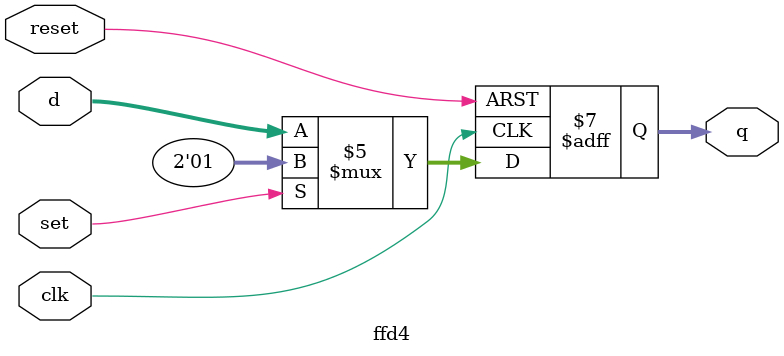
<source format=v>
module ffd4(input clk, reset, set, input [1:0]d, output  reg[1:0]q);

always @(posedge clk or posedge reset) 

	if (reset==1) 
		q<=4'b00;
	else if (set==1) q<=4'b01;
		else q<= d;
	
endmodule

</source>
